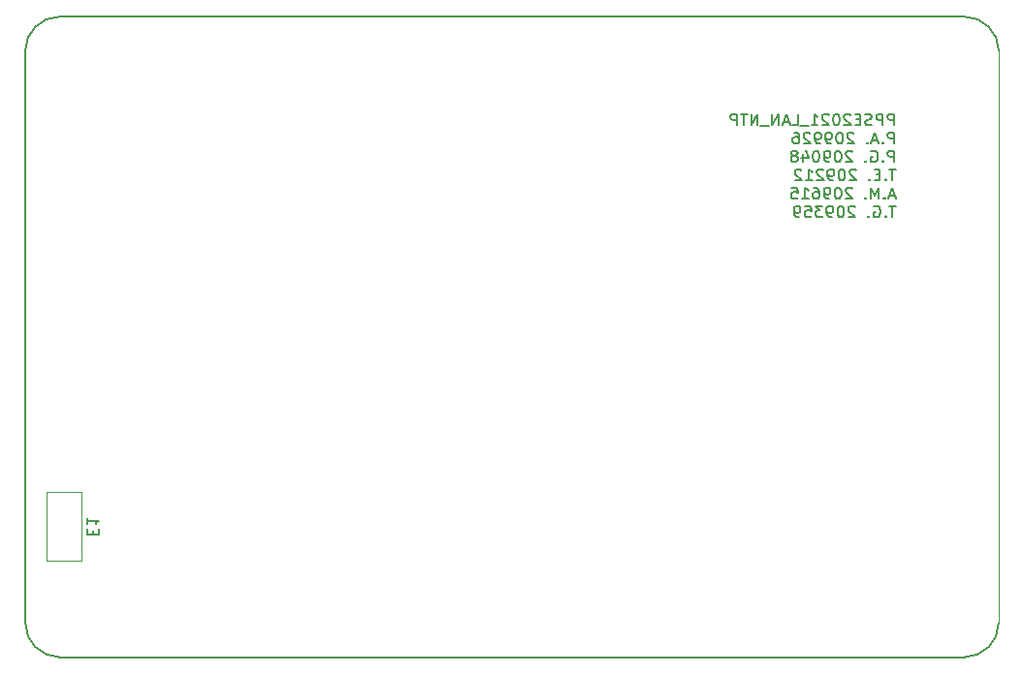
<source format=gbo>
%TF.GenerationSoftware,KiCad,Pcbnew,(6.0.4)*%
%TF.CreationDate,2022-04-12T15:49:34+02:00*%
%TF.ProjectId,PSE_RP2040,5053455f-5250-4323-9034-302e6b696361,0*%
%TF.SameCoordinates,Original*%
%TF.FileFunction,Legend,Bot*%
%TF.FilePolarity,Positive*%
%FSLAX46Y46*%
G04 Gerber Fmt 4.6, Leading zero omitted, Abs format (unit mm)*
G04 Created by KiCad (PCBNEW (6.0.4)) date 2022-04-12 15:49:34*
%MOMM*%
%LPD*%
G01*
G04 APERTURE LIST*
%TA.AperFunction,Profile*%
%ADD10C,0.100000*%
%TD*%
%TA.AperFunction,Profile*%
%ADD11C,0.150000*%
%TD*%
%ADD12C,0.150000*%
%ADD13C,0.120000*%
G04 APERTURE END LIST*
D10*
X185000000Y-105000000D02*
X185000000Y-155000000D01*
D11*
X182000000Y-158000000D02*
X103000000Y-158000000D01*
X100000000Y-155000000D02*
X100000000Y-105000000D01*
X100000000Y-155000000D02*
G75*
G03*
X103000000Y-158000000I3000000J0D01*
G01*
X182000000Y-158000000D02*
G75*
G03*
X185000000Y-155000000I0J3000000D01*
G01*
X103000000Y-102000000D02*
G75*
G03*
X100000000Y-105000000I0J-3000000D01*
G01*
X185000000Y-105000000D02*
G75*
G03*
X182000000Y-102000000I-3000000J0D01*
G01*
X103000000Y-102000000D02*
X182000000Y-102000000D01*
D12*
X175864407Y-111502385D02*
X175864407Y-110502385D01*
X175483455Y-110502385D01*
X175388217Y-110550005D01*
X175340598Y-110597624D01*
X175292979Y-110692862D01*
X175292979Y-110835719D01*
X175340598Y-110930957D01*
X175388217Y-110978576D01*
X175483455Y-111026195D01*
X175864407Y-111026195D01*
X174864407Y-111502385D02*
X174864407Y-110502385D01*
X174483455Y-110502385D01*
X174388217Y-110550005D01*
X174340598Y-110597624D01*
X174292979Y-110692862D01*
X174292979Y-110835719D01*
X174340598Y-110930957D01*
X174388217Y-110978576D01*
X174483455Y-111026195D01*
X174864407Y-111026195D01*
X173912026Y-111454766D02*
X173769169Y-111502385D01*
X173531074Y-111502385D01*
X173435836Y-111454766D01*
X173388217Y-111407147D01*
X173340598Y-111311909D01*
X173340598Y-111216671D01*
X173388217Y-111121433D01*
X173435836Y-111073814D01*
X173531074Y-111026195D01*
X173721550Y-110978576D01*
X173816788Y-110930957D01*
X173864407Y-110883338D01*
X173912026Y-110788100D01*
X173912026Y-110692862D01*
X173864407Y-110597624D01*
X173816788Y-110550005D01*
X173721550Y-110502385D01*
X173483455Y-110502385D01*
X173340598Y-110550005D01*
X172912026Y-110978576D02*
X172578693Y-110978576D01*
X172435836Y-111502385D02*
X172912026Y-111502385D01*
X172912026Y-110502385D01*
X172435836Y-110502385D01*
X172054883Y-110597624D02*
X172007264Y-110550005D01*
X171912026Y-110502385D01*
X171673931Y-110502385D01*
X171578693Y-110550005D01*
X171531074Y-110597624D01*
X171483455Y-110692862D01*
X171483455Y-110788100D01*
X171531074Y-110930957D01*
X172102503Y-111502385D01*
X171483455Y-111502385D01*
X170864407Y-110502385D02*
X170769169Y-110502385D01*
X170673931Y-110550005D01*
X170626312Y-110597624D01*
X170578693Y-110692862D01*
X170531074Y-110883338D01*
X170531074Y-111121433D01*
X170578693Y-111311909D01*
X170626312Y-111407147D01*
X170673931Y-111454766D01*
X170769169Y-111502385D01*
X170864407Y-111502385D01*
X170959645Y-111454766D01*
X171007264Y-111407147D01*
X171054883Y-111311909D01*
X171102503Y-111121433D01*
X171102503Y-110883338D01*
X171054883Y-110692862D01*
X171007264Y-110597624D01*
X170959645Y-110550005D01*
X170864407Y-110502385D01*
X170150122Y-110597624D02*
X170102503Y-110550005D01*
X170007264Y-110502385D01*
X169769169Y-110502385D01*
X169673931Y-110550005D01*
X169626312Y-110597624D01*
X169578693Y-110692862D01*
X169578693Y-110788100D01*
X169626312Y-110930957D01*
X170197741Y-111502385D01*
X169578693Y-111502385D01*
X168626312Y-111502385D02*
X169197741Y-111502385D01*
X168912026Y-111502385D02*
X168912026Y-110502385D01*
X169007264Y-110645243D01*
X169102503Y-110740481D01*
X169197741Y-110788100D01*
X168435836Y-111597624D02*
X167673931Y-111597624D01*
X166959645Y-111502385D02*
X167435836Y-111502385D01*
X167435836Y-110502385D01*
X166673931Y-111216671D02*
X166197741Y-111216671D01*
X166769169Y-111502385D02*
X166435836Y-110502385D01*
X166102503Y-111502385D01*
X165769169Y-111502385D02*
X165769169Y-110502385D01*
X165197741Y-111502385D01*
X165197741Y-110502385D01*
X164959645Y-111597624D02*
X164197741Y-111597624D01*
X163959645Y-111502385D02*
X163959645Y-110502385D01*
X163388217Y-111502385D01*
X163388217Y-110502385D01*
X163054883Y-110502385D02*
X162483455Y-110502385D01*
X162769169Y-111502385D02*
X162769169Y-110502385D01*
X162150122Y-111502385D02*
X162150122Y-110502385D01*
X161769169Y-110502385D01*
X161673931Y-110550005D01*
X161626312Y-110597624D01*
X161578693Y-110692862D01*
X161578693Y-110835719D01*
X161626312Y-110930957D01*
X161673931Y-110978576D01*
X161769169Y-111026195D01*
X162150122Y-111026195D01*
X175864407Y-113112385D02*
X175864407Y-112112385D01*
X175483455Y-112112385D01*
X175388217Y-112160005D01*
X175340598Y-112207624D01*
X175292979Y-112302862D01*
X175292979Y-112445719D01*
X175340598Y-112540957D01*
X175388217Y-112588576D01*
X175483455Y-112636195D01*
X175864407Y-112636195D01*
X174864407Y-113017147D02*
X174816788Y-113064766D01*
X174864407Y-113112385D01*
X174912026Y-113064766D01*
X174864407Y-113017147D01*
X174864407Y-113112385D01*
X174435836Y-112826671D02*
X173959645Y-112826671D01*
X174531074Y-113112385D02*
X174197741Y-112112385D01*
X173864407Y-113112385D01*
X173531074Y-113017147D02*
X173483455Y-113064766D01*
X173531074Y-113112385D01*
X173578693Y-113064766D01*
X173531074Y-113017147D01*
X173531074Y-113112385D01*
X172340598Y-112207624D02*
X172292979Y-112160005D01*
X172197741Y-112112385D01*
X171959645Y-112112385D01*
X171864407Y-112160005D01*
X171816788Y-112207624D01*
X171769169Y-112302862D01*
X171769169Y-112398100D01*
X171816788Y-112540957D01*
X172388217Y-113112385D01*
X171769169Y-113112385D01*
X171150122Y-112112385D02*
X171054883Y-112112385D01*
X170959645Y-112160005D01*
X170912026Y-112207624D01*
X170864407Y-112302862D01*
X170816788Y-112493338D01*
X170816788Y-112731433D01*
X170864407Y-112921909D01*
X170912026Y-113017147D01*
X170959645Y-113064766D01*
X171054883Y-113112385D01*
X171150122Y-113112385D01*
X171245360Y-113064766D01*
X171292979Y-113017147D01*
X171340598Y-112921909D01*
X171388217Y-112731433D01*
X171388217Y-112493338D01*
X171340598Y-112302862D01*
X171292979Y-112207624D01*
X171245360Y-112160005D01*
X171150122Y-112112385D01*
X170340598Y-113112385D02*
X170150122Y-113112385D01*
X170054883Y-113064766D01*
X170007264Y-113017147D01*
X169912026Y-112874290D01*
X169864407Y-112683814D01*
X169864407Y-112302862D01*
X169912026Y-112207624D01*
X169959645Y-112160005D01*
X170054883Y-112112385D01*
X170245360Y-112112385D01*
X170340598Y-112160005D01*
X170388217Y-112207624D01*
X170435836Y-112302862D01*
X170435836Y-112540957D01*
X170388217Y-112636195D01*
X170340598Y-112683814D01*
X170245360Y-112731433D01*
X170054883Y-112731433D01*
X169959645Y-112683814D01*
X169912026Y-112636195D01*
X169864407Y-112540957D01*
X169388217Y-113112385D02*
X169197741Y-113112385D01*
X169102503Y-113064766D01*
X169054883Y-113017147D01*
X168959645Y-112874290D01*
X168912026Y-112683814D01*
X168912026Y-112302862D01*
X168959645Y-112207624D01*
X169007264Y-112160005D01*
X169102503Y-112112385D01*
X169292979Y-112112385D01*
X169388217Y-112160005D01*
X169435836Y-112207624D01*
X169483455Y-112302862D01*
X169483455Y-112540957D01*
X169435836Y-112636195D01*
X169388217Y-112683814D01*
X169292979Y-112731433D01*
X169102503Y-112731433D01*
X169007264Y-112683814D01*
X168959645Y-112636195D01*
X168912026Y-112540957D01*
X168531074Y-112207624D02*
X168483455Y-112160005D01*
X168388217Y-112112385D01*
X168150122Y-112112385D01*
X168054883Y-112160005D01*
X168007264Y-112207624D01*
X167959645Y-112302862D01*
X167959645Y-112398100D01*
X168007264Y-112540957D01*
X168578693Y-113112385D01*
X167959645Y-113112385D01*
X167102503Y-112112385D02*
X167292979Y-112112385D01*
X167388217Y-112160005D01*
X167435836Y-112207624D01*
X167531074Y-112350481D01*
X167578693Y-112540957D01*
X167578693Y-112921909D01*
X167531074Y-113017147D01*
X167483455Y-113064766D01*
X167388217Y-113112385D01*
X167197741Y-113112385D01*
X167102503Y-113064766D01*
X167054883Y-113017147D01*
X167007264Y-112921909D01*
X167007264Y-112683814D01*
X167054883Y-112588576D01*
X167102503Y-112540957D01*
X167197741Y-112493338D01*
X167388217Y-112493338D01*
X167483455Y-112540957D01*
X167531074Y-112588576D01*
X167578693Y-112683814D01*
X175864407Y-114722385D02*
X175864407Y-113722385D01*
X175483455Y-113722385D01*
X175388217Y-113770005D01*
X175340598Y-113817624D01*
X175292979Y-113912862D01*
X175292979Y-114055719D01*
X175340598Y-114150957D01*
X175388217Y-114198576D01*
X175483455Y-114246195D01*
X175864407Y-114246195D01*
X174864407Y-114627147D02*
X174816788Y-114674766D01*
X174864407Y-114722385D01*
X174912026Y-114674766D01*
X174864407Y-114627147D01*
X174864407Y-114722385D01*
X173864407Y-113770005D02*
X173959645Y-113722385D01*
X174102503Y-113722385D01*
X174245360Y-113770005D01*
X174340598Y-113865243D01*
X174388217Y-113960481D01*
X174435836Y-114150957D01*
X174435836Y-114293814D01*
X174388217Y-114484290D01*
X174340598Y-114579528D01*
X174245360Y-114674766D01*
X174102503Y-114722385D01*
X174007264Y-114722385D01*
X173864407Y-114674766D01*
X173816788Y-114627147D01*
X173816788Y-114293814D01*
X174007264Y-114293814D01*
X173388217Y-114627147D02*
X173340598Y-114674766D01*
X173388217Y-114722385D01*
X173435836Y-114674766D01*
X173388217Y-114627147D01*
X173388217Y-114722385D01*
X172197741Y-113817624D02*
X172150122Y-113770005D01*
X172054883Y-113722385D01*
X171816788Y-113722385D01*
X171721550Y-113770005D01*
X171673931Y-113817624D01*
X171626312Y-113912862D01*
X171626312Y-114008100D01*
X171673931Y-114150957D01*
X172245360Y-114722385D01*
X171626312Y-114722385D01*
X171007264Y-113722385D02*
X170912026Y-113722385D01*
X170816788Y-113770005D01*
X170769169Y-113817624D01*
X170721550Y-113912862D01*
X170673931Y-114103338D01*
X170673931Y-114341433D01*
X170721550Y-114531909D01*
X170769169Y-114627147D01*
X170816788Y-114674766D01*
X170912026Y-114722385D01*
X171007264Y-114722385D01*
X171102503Y-114674766D01*
X171150122Y-114627147D01*
X171197741Y-114531909D01*
X171245360Y-114341433D01*
X171245360Y-114103338D01*
X171197741Y-113912862D01*
X171150122Y-113817624D01*
X171102503Y-113770005D01*
X171007264Y-113722385D01*
X170197741Y-114722385D02*
X170007264Y-114722385D01*
X169912026Y-114674766D01*
X169864407Y-114627147D01*
X169769169Y-114484290D01*
X169721550Y-114293814D01*
X169721550Y-113912862D01*
X169769169Y-113817624D01*
X169816788Y-113770005D01*
X169912026Y-113722385D01*
X170102503Y-113722385D01*
X170197741Y-113770005D01*
X170245360Y-113817624D01*
X170292979Y-113912862D01*
X170292979Y-114150957D01*
X170245360Y-114246195D01*
X170197741Y-114293814D01*
X170102503Y-114341433D01*
X169912026Y-114341433D01*
X169816788Y-114293814D01*
X169769169Y-114246195D01*
X169721550Y-114150957D01*
X169102503Y-113722385D02*
X169007264Y-113722385D01*
X168912026Y-113770005D01*
X168864407Y-113817624D01*
X168816788Y-113912862D01*
X168769169Y-114103338D01*
X168769169Y-114341433D01*
X168816788Y-114531909D01*
X168864407Y-114627147D01*
X168912026Y-114674766D01*
X169007264Y-114722385D01*
X169102503Y-114722385D01*
X169197741Y-114674766D01*
X169245360Y-114627147D01*
X169292979Y-114531909D01*
X169340598Y-114341433D01*
X169340598Y-114103338D01*
X169292979Y-113912862D01*
X169245360Y-113817624D01*
X169197741Y-113770005D01*
X169102503Y-113722385D01*
X167912026Y-114055719D02*
X167912026Y-114722385D01*
X168150122Y-113674766D02*
X168388217Y-114389052D01*
X167769169Y-114389052D01*
X167245360Y-114150957D02*
X167340598Y-114103338D01*
X167388217Y-114055719D01*
X167435836Y-113960481D01*
X167435836Y-113912862D01*
X167388217Y-113817624D01*
X167340598Y-113770005D01*
X167245360Y-113722385D01*
X167054883Y-113722385D01*
X166959645Y-113770005D01*
X166912026Y-113817624D01*
X166864407Y-113912862D01*
X166864407Y-113960481D01*
X166912026Y-114055719D01*
X166959645Y-114103338D01*
X167054883Y-114150957D01*
X167245360Y-114150957D01*
X167340598Y-114198576D01*
X167388217Y-114246195D01*
X167435836Y-114341433D01*
X167435836Y-114531909D01*
X167388217Y-114627147D01*
X167340598Y-114674766D01*
X167245360Y-114722385D01*
X167054883Y-114722385D01*
X166959645Y-114674766D01*
X166912026Y-114627147D01*
X166864407Y-114531909D01*
X166864407Y-114341433D01*
X166912026Y-114246195D01*
X166959645Y-114198576D01*
X167054883Y-114150957D01*
X176007264Y-115332385D02*
X175435836Y-115332385D01*
X175721550Y-116332385D02*
X175721550Y-115332385D01*
X175102503Y-116237147D02*
X175054883Y-116284766D01*
X175102503Y-116332385D01*
X175150122Y-116284766D01*
X175102503Y-116237147D01*
X175102503Y-116332385D01*
X174626312Y-115808576D02*
X174292979Y-115808576D01*
X174150122Y-116332385D02*
X174626312Y-116332385D01*
X174626312Y-115332385D01*
X174150122Y-115332385D01*
X173721550Y-116237147D02*
X173673931Y-116284766D01*
X173721550Y-116332385D01*
X173769169Y-116284766D01*
X173721550Y-116237147D01*
X173721550Y-116332385D01*
X172531074Y-115427624D02*
X172483455Y-115380005D01*
X172388217Y-115332385D01*
X172150122Y-115332385D01*
X172054883Y-115380005D01*
X172007264Y-115427624D01*
X171959645Y-115522862D01*
X171959645Y-115618100D01*
X172007264Y-115760957D01*
X172578693Y-116332385D01*
X171959645Y-116332385D01*
X171340598Y-115332385D02*
X171245360Y-115332385D01*
X171150122Y-115380005D01*
X171102503Y-115427624D01*
X171054883Y-115522862D01*
X171007264Y-115713338D01*
X171007264Y-115951433D01*
X171054883Y-116141909D01*
X171102503Y-116237147D01*
X171150122Y-116284766D01*
X171245360Y-116332385D01*
X171340598Y-116332385D01*
X171435836Y-116284766D01*
X171483455Y-116237147D01*
X171531074Y-116141909D01*
X171578693Y-115951433D01*
X171578693Y-115713338D01*
X171531074Y-115522862D01*
X171483455Y-115427624D01*
X171435836Y-115380005D01*
X171340598Y-115332385D01*
X170531074Y-116332385D02*
X170340598Y-116332385D01*
X170245360Y-116284766D01*
X170197741Y-116237147D01*
X170102503Y-116094290D01*
X170054883Y-115903814D01*
X170054883Y-115522862D01*
X170102503Y-115427624D01*
X170150122Y-115380005D01*
X170245360Y-115332385D01*
X170435836Y-115332385D01*
X170531074Y-115380005D01*
X170578693Y-115427624D01*
X170626312Y-115522862D01*
X170626312Y-115760957D01*
X170578693Y-115856195D01*
X170531074Y-115903814D01*
X170435836Y-115951433D01*
X170245360Y-115951433D01*
X170150122Y-115903814D01*
X170102503Y-115856195D01*
X170054883Y-115760957D01*
X169673931Y-115427624D02*
X169626312Y-115380005D01*
X169531074Y-115332385D01*
X169292979Y-115332385D01*
X169197741Y-115380005D01*
X169150122Y-115427624D01*
X169102503Y-115522862D01*
X169102503Y-115618100D01*
X169150122Y-115760957D01*
X169721550Y-116332385D01*
X169102503Y-116332385D01*
X168150122Y-116332385D02*
X168721550Y-116332385D01*
X168435836Y-116332385D02*
X168435836Y-115332385D01*
X168531074Y-115475243D01*
X168626312Y-115570481D01*
X168721550Y-115618100D01*
X167769169Y-115427624D02*
X167721550Y-115380005D01*
X167626312Y-115332385D01*
X167388217Y-115332385D01*
X167292979Y-115380005D01*
X167245360Y-115427624D01*
X167197741Y-115522862D01*
X167197741Y-115618100D01*
X167245360Y-115760957D01*
X167816788Y-116332385D01*
X167197741Y-116332385D01*
X175912026Y-117656671D02*
X175435836Y-117656671D01*
X176007264Y-117942385D02*
X175673931Y-116942385D01*
X175340598Y-117942385D01*
X175007264Y-117847147D02*
X174959645Y-117894766D01*
X175007264Y-117942385D01*
X175054883Y-117894766D01*
X175007264Y-117847147D01*
X175007264Y-117942385D01*
X174531074Y-117942385D02*
X174531074Y-116942385D01*
X174197741Y-117656671D01*
X173864407Y-116942385D01*
X173864407Y-117942385D01*
X173388217Y-117847147D02*
X173340598Y-117894766D01*
X173388217Y-117942385D01*
X173435836Y-117894766D01*
X173388217Y-117847147D01*
X173388217Y-117942385D01*
X172197741Y-117037624D02*
X172150122Y-116990005D01*
X172054883Y-116942385D01*
X171816788Y-116942385D01*
X171721550Y-116990005D01*
X171673931Y-117037624D01*
X171626312Y-117132862D01*
X171626312Y-117228100D01*
X171673931Y-117370957D01*
X172245360Y-117942385D01*
X171626312Y-117942385D01*
X171007264Y-116942385D02*
X170912026Y-116942385D01*
X170816788Y-116990005D01*
X170769169Y-117037624D01*
X170721550Y-117132862D01*
X170673931Y-117323338D01*
X170673931Y-117561433D01*
X170721550Y-117751909D01*
X170769169Y-117847147D01*
X170816788Y-117894766D01*
X170912026Y-117942385D01*
X171007264Y-117942385D01*
X171102503Y-117894766D01*
X171150122Y-117847147D01*
X171197741Y-117751909D01*
X171245360Y-117561433D01*
X171245360Y-117323338D01*
X171197741Y-117132862D01*
X171150122Y-117037624D01*
X171102503Y-116990005D01*
X171007264Y-116942385D01*
X170197741Y-117942385D02*
X170007264Y-117942385D01*
X169912026Y-117894766D01*
X169864407Y-117847147D01*
X169769169Y-117704290D01*
X169721550Y-117513814D01*
X169721550Y-117132862D01*
X169769169Y-117037624D01*
X169816788Y-116990005D01*
X169912026Y-116942385D01*
X170102503Y-116942385D01*
X170197741Y-116990005D01*
X170245360Y-117037624D01*
X170292979Y-117132862D01*
X170292979Y-117370957D01*
X170245360Y-117466195D01*
X170197741Y-117513814D01*
X170102503Y-117561433D01*
X169912026Y-117561433D01*
X169816788Y-117513814D01*
X169769169Y-117466195D01*
X169721550Y-117370957D01*
X168864407Y-116942385D02*
X169054883Y-116942385D01*
X169150122Y-116990005D01*
X169197741Y-117037624D01*
X169292979Y-117180481D01*
X169340598Y-117370957D01*
X169340598Y-117751909D01*
X169292979Y-117847147D01*
X169245360Y-117894766D01*
X169150122Y-117942385D01*
X168959645Y-117942385D01*
X168864407Y-117894766D01*
X168816788Y-117847147D01*
X168769169Y-117751909D01*
X168769169Y-117513814D01*
X168816788Y-117418576D01*
X168864407Y-117370957D01*
X168959645Y-117323338D01*
X169150122Y-117323338D01*
X169245360Y-117370957D01*
X169292979Y-117418576D01*
X169340598Y-117513814D01*
X167816788Y-117942385D02*
X168388217Y-117942385D01*
X168102503Y-117942385D02*
X168102503Y-116942385D01*
X168197741Y-117085243D01*
X168292979Y-117180481D01*
X168388217Y-117228100D01*
X166912026Y-116942385D02*
X167388217Y-116942385D01*
X167435836Y-117418576D01*
X167388217Y-117370957D01*
X167292979Y-117323338D01*
X167054883Y-117323338D01*
X166959645Y-117370957D01*
X166912026Y-117418576D01*
X166864407Y-117513814D01*
X166864407Y-117751909D01*
X166912026Y-117847147D01*
X166959645Y-117894766D01*
X167054883Y-117942385D01*
X167292979Y-117942385D01*
X167388217Y-117894766D01*
X167435836Y-117847147D01*
X176007264Y-118552385D02*
X175435836Y-118552385D01*
X175721550Y-119552385D02*
X175721550Y-118552385D01*
X175102503Y-119457147D02*
X175054883Y-119504766D01*
X175102503Y-119552385D01*
X175150122Y-119504766D01*
X175102503Y-119457147D01*
X175102503Y-119552385D01*
X174102503Y-118600005D02*
X174197741Y-118552385D01*
X174340598Y-118552385D01*
X174483455Y-118600005D01*
X174578693Y-118695243D01*
X174626312Y-118790481D01*
X174673931Y-118980957D01*
X174673931Y-119123814D01*
X174626312Y-119314290D01*
X174578693Y-119409528D01*
X174483455Y-119504766D01*
X174340598Y-119552385D01*
X174245360Y-119552385D01*
X174102503Y-119504766D01*
X174054883Y-119457147D01*
X174054883Y-119123814D01*
X174245360Y-119123814D01*
X173626312Y-119457147D02*
X173578693Y-119504766D01*
X173626312Y-119552385D01*
X173673931Y-119504766D01*
X173626312Y-119457147D01*
X173626312Y-119552385D01*
X172435836Y-118647624D02*
X172388217Y-118600005D01*
X172292979Y-118552385D01*
X172054883Y-118552385D01*
X171959645Y-118600005D01*
X171912026Y-118647624D01*
X171864407Y-118742862D01*
X171864407Y-118838100D01*
X171912026Y-118980957D01*
X172483455Y-119552385D01*
X171864407Y-119552385D01*
X171245360Y-118552385D02*
X171150122Y-118552385D01*
X171054883Y-118600005D01*
X171007264Y-118647624D01*
X170959645Y-118742862D01*
X170912026Y-118933338D01*
X170912026Y-119171433D01*
X170959645Y-119361909D01*
X171007264Y-119457147D01*
X171054883Y-119504766D01*
X171150122Y-119552385D01*
X171245360Y-119552385D01*
X171340598Y-119504766D01*
X171388217Y-119457147D01*
X171435836Y-119361909D01*
X171483455Y-119171433D01*
X171483455Y-118933338D01*
X171435836Y-118742862D01*
X171388217Y-118647624D01*
X171340598Y-118600005D01*
X171245360Y-118552385D01*
X170435836Y-119552385D02*
X170245360Y-119552385D01*
X170150122Y-119504766D01*
X170102503Y-119457147D01*
X170007264Y-119314290D01*
X169959645Y-119123814D01*
X169959645Y-118742862D01*
X170007264Y-118647624D01*
X170054883Y-118600005D01*
X170150122Y-118552385D01*
X170340598Y-118552385D01*
X170435836Y-118600005D01*
X170483455Y-118647624D01*
X170531074Y-118742862D01*
X170531074Y-118980957D01*
X170483455Y-119076195D01*
X170435836Y-119123814D01*
X170340598Y-119171433D01*
X170150122Y-119171433D01*
X170054883Y-119123814D01*
X170007264Y-119076195D01*
X169959645Y-118980957D01*
X169626312Y-118552385D02*
X169007264Y-118552385D01*
X169340598Y-118933338D01*
X169197741Y-118933338D01*
X169102503Y-118980957D01*
X169054883Y-119028576D01*
X169007264Y-119123814D01*
X169007264Y-119361909D01*
X169054883Y-119457147D01*
X169102503Y-119504766D01*
X169197741Y-119552385D01*
X169483455Y-119552385D01*
X169578693Y-119504766D01*
X169626312Y-119457147D01*
X168102503Y-118552385D02*
X168578693Y-118552385D01*
X168626312Y-119028576D01*
X168578693Y-118980957D01*
X168483455Y-118933338D01*
X168245360Y-118933338D01*
X168150122Y-118980957D01*
X168102503Y-119028576D01*
X168054883Y-119123814D01*
X168054883Y-119361909D01*
X168102503Y-119457147D01*
X168150122Y-119504766D01*
X168245360Y-119552385D01*
X168483455Y-119552385D01*
X168578693Y-119504766D01*
X168626312Y-119457147D01*
X167578693Y-119552385D02*
X167388217Y-119552385D01*
X167292979Y-119504766D01*
X167245360Y-119457147D01*
X167150122Y-119314290D01*
X167102503Y-119123814D01*
X167102503Y-118742862D01*
X167150122Y-118647624D01*
X167197741Y-118600005D01*
X167292979Y-118552385D01*
X167483455Y-118552385D01*
X167578693Y-118600005D01*
X167626312Y-118647624D01*
X167673931Y-118742862D01*
X167673931Y-118980957D01*
X167626312Y-119076195D01*
X167578693Y-119123814D01*
X167483455Y-119171433D01*
X167292979Y-119171433D01*
X167197741Y-119123814D01*
X167150122Y-119076195D01*
X167102503Y-118980957D01*
%TO.C,E1*%
X105949428Y-147248476D02*
X105949428Y-146915142D01*
X105425619Y-146772285D02*
X105425619Y-147248476D01*
X106425619Y-147248476D01*
X106425619Y-146772285D01*
X105425619Y-145819904D02*
X105425619Y-146391333D01*
X105425619Y-146105619D02*
X106425619Y-146105619D01*
X106282761Y-146200857D01*
X106187523Y-146296095D01*
X106139904Y-146391333D01*
D13*
X101878000Y-143558000D02*
X104878000Y-143558000D01*
X104878000Y-149558000D02*
X101878000Y-149558000D01*
X104878000Y-143558000D02*
X104878000Y-149558000D01*
X101878000Y-149558000D02*
X101878000Y-143558000D01*
%TD*%
M02*

</source>
